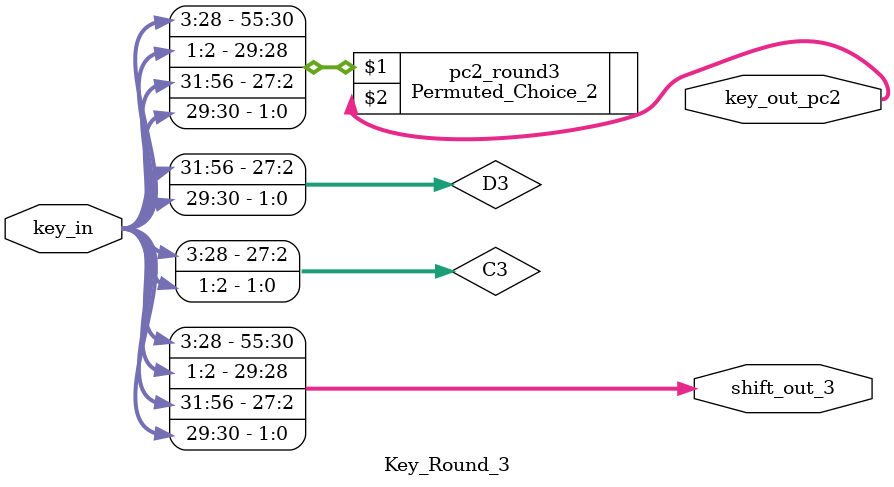
<source format=v>
`timescale 1ns / 1ps
module Key_Round_3(
    input [1:56] key_in,
    output [1:56] shift_out_3,
    output [1:48] key_out_pc2
    );

wire [1:28] C3,D3;
assign C3={key_in[3:28],key_in[1:2]};
assign D3={key_in[31:56],key_in[29:30]};
assign shift_out_3={C3,D3};

Permuted_Choice_2 pc2_round3(shift_out_3, key_out_pc2);
endmodule

</source>
